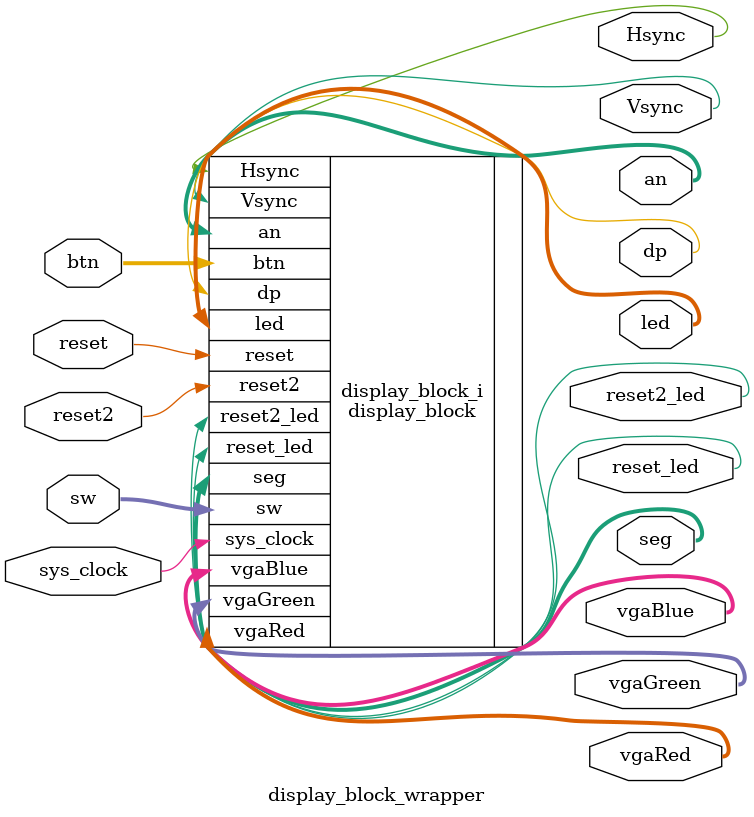
<source format=v>
`timescale 1 ps / 1 ps

module display_block_wrapper
   (Hsync,
    Vsync,
    an,
    btn,
    dp,
    led,
    reset,
    reset2,
    reset2_led,
    reset_led,
    seg,
    sw,
    sys_clock,
    vgaBlue,
    vgaGreen,
    vgaRed);
  output Hsync;
  output Vsync;
  output [3:0]an;
  input [3:0]btn;
  output [0:0]dp;
  output [2:0]led;
  input reset;
  input reset2;
  output reset2_led;
  output reset_led;
  output [6:0]seg;
  input [2:0]sw;
  input sys_clock;
  output [3:0]vgaBlue;
  output [3:0]vgaGreen;
  output [3:0]vgaRed;

  wire Hsync;
  wire Vsync;
  wire [3:0]an;
  wire [3:0]btn;
  wire [0:0]dp;
  wire [2:0]led;
  wire reset;
  wire reset2;
  wire reset2_led;
  wire reset_led;
  wire [6:0]seg;
  wire [2:0]sw;
  wire sys_clock;
  wire [3:0]vgaBlue;
  wire [3:0]vgaGreen;
  wire [3:0]vgaRed;

  display_block display_block_i
       (.Hsync(Hsync),
        .Vsync(Vsync),
        .an(an),
        .btn(btn),
        .dp(dp),
        .led(led),
        .reset(reset),
        .reset2(reset2),
        .reset2_led(reset2_led),
        .reset_led(reset_led),
        .seg(seg),
        .sw(sw),
        .sys_clock(sys_clock),
        .vgaBlue(vgaBlue),
        .vgaGreen(vgaGreen),
        .vgaRed(vgaRed));
endmodule

</source>
